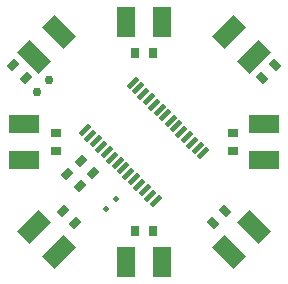
<source format=gts>
%FSLAX24Y24*%
%MOIN*%
G70*
G01*
G75*
G04 Layer_Color=33789*
G04:AMPARAMS|DCode=10|XSize=15.7mil|YSize=43.3mil|CornerRadius=0mil|HoleSize=0mil|Usage=FLASHONLY|Rotation=315.000|XOffset=0mil|YOffset=0mil|HoleType=Round|Shape=Rectangle|*
%AMROTATEDRECTD10*
4,1,4,-0.0209,-0.0097,0.0097,0.0209,0.0209,0.0097,-0.0097,-0.0209,-0.0209,-0.0097,0.0*
%
%ADD10ROTATEDRECTD10*%

G04:AMPARAMS|DCode=11|XSize=102mil|YSize=59mil|CornerRadius=0mil|HoleSize=0mil|Usage=FLASHONLY|Rotation=315.000|XOffset=0mil|YOffset=0mil|HoleType=Round|Shape=Rectangle|*
%AMROTATEDRECTD11*
4,1,4,-0.0569,0.0152,-0.0152,0.0569,0.0569,-0.0152,0.0152,-0.0569,-0.0569,0.0152,0.0*
%
%ADD11ROTATEDRECTD11*%

%ADD12R,0.1020X0.0590*%
G04:AMPARAMS|DCode=13|XSize=102mil|YSize=59mil|CornerRadius=0mil|HoleSize=0mil|Usage=FLASHONLY|Rotation=45.000|XOffset=0mil|YOffset=0mil|HoleType=Round|Shape=Rectangle|*
%AMROTATEDRECTD13*
4,1,4,-0.0152,-0.0569,-0.0569,-0.0152,0.0152,0.0569,0.0569,0.0152,-0.0152,-0.0569,0.0*
%
%ADD13ROTATEDRECTD13*%

%ADD14R,0.0590X0.1020*%
%ADD15R,0.0270X0.0350*%
G04:AMPARAMS|DCode=16|XSize=27mil|YSize=35mil|CornerRadius=0mil|HoleSize=0mil|Usage=FLASHONLY|Rotation=45.000|XOffset=0mil|YOffset=0mil|HoleType=Round|Shape=Rectangle|*
%AMROTATEDRECTD16*
4,1,4,0.0028,-0.0219,-0.0219,0.0028,-0.0028,0.0219,0.0219,-0.0028,0.0028,-0.0219,0.0*
%
%ADD16ROTATEDRECTD16*%

%ADD17R,0.0350X0.0270*%
G04:AMPARAMS|DCode=18|XSize=27mil|YSize=35mil|CornerRadius=0mil|HoleSize=0mil|Usage=FLASHONLY|Rotation=135.000|XOffset=0mil|YOffset=0mil|HoleType=Round|Shape=Rectangle|*
%AMROTATEDRECTD18*
4,1,4,0.0219,0.0028,-0.0028,-0.0219,-0.0219,-0.0028,0.0028,0.0219,0.0219,0.0028,0.0*
%
%ADD18ROTATEDRECTD18*%

%ADD19C,0.0197*%
%ADD20C,0.0070*%
%ADD21C,0.0100*%
%ADD22C,0.0700*%
%ADD23C,0.0300*%
%ADD24R,0.0315X0.0433*%
%ADD25R,0.0800X0.0550*%
%ADD26C,0.7000*%
%ADD27R,0.1098X0.2000*%
%ADD28R,0.0248X0.0787*%
%ADD29C,0.0060*%
G04:AMPARAMS|DCode=30|XSize=21.7mil|YSize=54.1mil|CornerRadius=0mil|HoleSize=0mil|Usage=FLASHONLY|Rotation=315.000|XOffset=0mil|YOffset=0mil|HoleType=Round|Shape=Rectangle|*
%AMROTATEDRECTD30*
4,1,4,-0.0268,-0.0115,0.0115,0.0268,0.0268,0.0115,-0.0115,-0.0268,-0.0268,-0.0115,0.0*
%
%ADD30ROTATEDRECTD30*%

G04:AMPARAMS|DCode=31|XSize=22.6mil|YSize=20.7mil|CornerRadius=0mil|HoleSize=0mil|Usage=FLASHONLY|Rotation=315.000|XOffset=0mil|YOffset=0mil|HoleType=Round|Shape=Rectangle|*
%AMROTATEDRECTD31*
4,1,4,-0.0153,0.0007,-0.0007,0.0153,0.0153,-0.0007,0.0007,-0.0153,-0.0153,0.0007,0.0*
%
%ADD31ROTATEDRECTD31*%

G04:AMPARAMS|DCode=32|XSize=22.6mil|YSize=20.7mil|CornerRadius=0mil|HoleSize=0mil|Usage=FLASHONLY|Rotation=135.000|XOffset=0mil|YOffset=0mil|HoleType=Round|Shape=Rectangle|*
%AMROTATEDRECTD32*
4,1,4,0.0153,-0.0007,0.0007,-0.0153,-0.0153,0.0007,-0.0007,0.0153,0.0153,-0.0007,0.0*
%
%ADD32ROTATEDRECTD32*%

%ADD33R,0.0226X0.0207*%
%ADD34R,0.0226X0.0207*%
G04:AMPARAMS|DCode=35|XSize=22.6mil|YSize=20.7mil|CornerRadius=0mil|HoleSize=0mil|Usage=FLASHONLY|Rotation=45.000|XOffset=0mil|YOffset=0mil|HoleType=Round|Shape=Rectangle|*
%AMROTATEDRECTD35*
4,1,4,-0.0007,-0.0153,-0.0153,-0.0007,0.0007,0.0153,0.0153,0.0007,-0.0007,-0.0153,0.0*
%
%ADD35ROTATEDRECTD35*%

G04:AMPARAMS|DCode=36|XSize=22.6mil|YSize=20.7mil|CornerRadius=0mil|HoleSize=0mil|Usage=FLASHONLY|Rotation=225.000|XOffset=0mil|YOffset=0mil|HoleType=Round|Shape=Rectangle|*
%AMROTATEDRECTD36*
4,1,4,0.0007,0.0153,0.0153,0.0007,-0.0007,-0.0153,-0.0153,-0.0007,0.0007,0.0153,0.0*
%
%ADD36ROTATEDRECTD36*%

%ADD37R,0.0207X0.0226*%
%ADD38R,0.0207X0.0226*%
D10*
X3280Y5633D02*
D03*
X3461Y5452D02*
D03*
X3642Y5271D02*
D03*
X3823Y5090D02*
D03*
X4004Y4909D02*
D03*
X4185Y4728D02*
D03*
X4366Y4547D02*
D03*
X4547Y4366D02*
D03*
X4728Y4185D02*
D03*
X4909Y4004D02*
D03*
X5090Y3823D02*
D03*
X5271Y3642D02*
D03*
X5452Y3461D02*
D03*
X5633Y3280D02*
D03*
X4867Y7220D02*
D03*
X5048Y7039D02*
D03*
X5229Y6858D02*
D03*
X5410Y6677D02*
D03*
X5591Y6496D02*
D03*
X5772Y6315D02*
D03*
X5953Y6134D02*
D03*
X6134Y5953D02*
D03*
X6315Y5772D02*
D03*
X6496Y5591D02*
D03*
X6677Y5410D02*
D03*
X6858Y5229D02*
D03*
X7039Y5048D02*
D03*
X7220Y4867D02*
D03*
D11*
X1583Y8083D02*
D03*
X2417Y8917D02*
D03*
X8917Y2417D02*
D03*
X8083Y1583D02*
D03*
D12*
X1250Y4660D02*
D03*
Y5840D02*
D03*
X9250Y5840D02*
D03*
Y4660D02*
D03*
D13*
X2417Y1583D02*
D03*
X1583Y2417D02*
D03*
X8083Y8917D02*
D03*
X8917Y8083D02*
D03*
D14*
X5840Y1250D02*
D03*
X4660D02*
D03*
X4660Y9250D02*
D03*
X5840D02*
D03*
D15*
X4960Y8200D02*
D03*
X5540Y8200D02*
D03*
Y2290D02*
D03*
X4960Y2290D02*
D03*
D16*
X9195Y7395D02*
D03*
X9605Y7805D02*
D03*
X7955Y2955D02*
D03*
X7545Y2545D02*
D03*
D17*
X8200Y5540D02*
D03*
X8200Y4960D02*
D03*
X2300Y5540D02*
D03*
X2300Y4960D02*
D03*
D18*
X2955Y2545D02*
D03*
X2545Y2955D02*
D03*
X3105Y3765D02*
D03*
X2695Y4175D02*
D03*
X895Y7805D02*
D03*
X1305Y7395D02*
D03*
X3545Y4205D02*
D03*
X3135Y4615D02*
D03*
D19*
X4310Y3340D02*
D03*
X3980Y3010D02*
D03*
D23*
X2092Y7322D02*
D03*
X1668Y6898D02*
D03*
M02*

</source>
